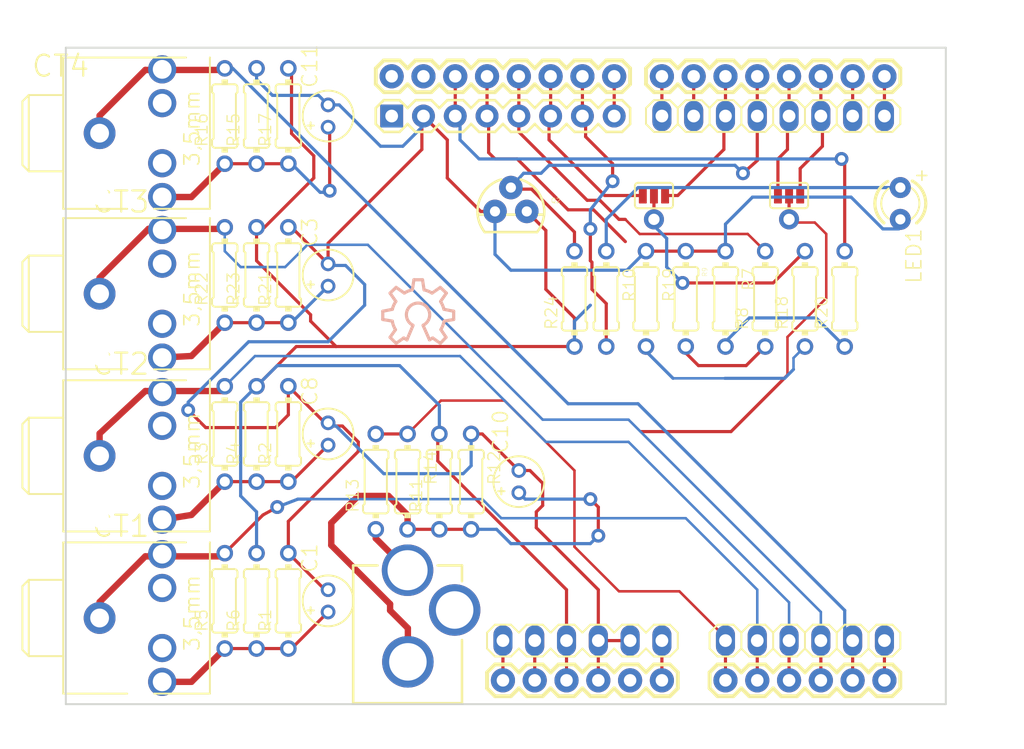
<source format=kicad_pcb>
(kicad_pcb (version 20171130) (host pcbnew 5.0.0-rc3-unknown-101b68b~65~ubuntu18.04.1)
  (layers (0 Top signal) (31 Bottom signal) (34 B.Paste user) (35 F.Paste user) (36 B.SilkS user) (37 F.SilkS user) (38 B.Mask user) (39 F.Mask user) (44 Edge.Cuts user))
  (net 0 "")
  (net 1 +5V)
  (net 2 GND)
  (net 3 3.3V)
  (net 4 /MOSI)
  (net 5 /SCK)
  (net 6 /MISO)
  (net 7 /RX)
  (net 8 /TX)
  (net 9 /DIG2)
  (net 10 /DIG3)
  (net 11 /DIG4)
  (net 12 /DIG5)
  (net 13 /DIG6)
  (net 14 /DIG7)
  (net 15 /RST)
  (net 16 /VIN)
  (net 17 /ADC5)
  (net 18 /ADC4)
  (net 19 /ADC3)
  (net 20 /ADC2)
  (net 21 /ADC1)
  (net 22 /ADC0)
  (net 23 "Net-(CT4-Pad2)")
  (net 24 "Net-(C11-Pad+)")
  (net 25 "Net-(CT4-Pad4)")
  (net 26 "Net-(CT4-Pad3)")
  (net 27 "Net-(CT3-Pad2)")
  (net 28 "Net-(C3-Pad+)")
  (net 29 "Net-(CT3-Pad4)")
  (net 30 "Net-(CT3-Pad3)")
  (net 31 "Net-(CT2-Pad2)")
  (net 32 "Net-(C8-Pad+)")
  (net 33 "Net-(CT2-Pad4)")
  (net 34 "Net-(CT2-Pad3)")
  (net 35 "Net-(C1-Pad+)")
  (net 36 /DIG9)
  (net 37 "Net-(R20-Pad1)")
  (net 38 "Net-(R8-Pad1)")
  (net 39 "Net-(PAD1-Pad1)")
  (net 40 "Net-(R18-Pad1)")
  (net 41 "Net-(PAD2-Pad1)")
  (net 42 "Net-(CT1-Pad2)")
  (net 43 "Net-(CT1-Pad4)")
  (net 44 "Net-(CT1-Pad3)")
  (net 45 "Net-(ARDUINO1-PadAREF)")
  (net 46 /DIG10)
  (net 47 /DIG8)
  (net 48 /AREF)
  (net 49 "Net-(AC9V1-PadGND)")
  (net 50 "Net-(AC9V1-PadPWR)")
  (net 51 "Net-(AC9V1-PadGNDBREAK)")
  (net 52 "Net-(LED1-PadA)")
  (module emontx-shield-v1:RESISTOR_0204_7 (layer Top) (at 162.8775 98.8441 270)
    (fp_text reference R9 (at -2.54 -1.2954 90) (layer F.SilkS) (effects (font (size 0.38608 0.38608) (thickness 0.030886)) (justify right top)))
    (fp_text value 10k)
    (pad 2 thru_hole circle (at 3.81 0 270) (size 1.3208 1.3208) (drill 0.8128) (layers *.Cu *.Mask) (net 38 "Net-(R8-Pad1)"))
    (pad 1 thru_hole circle (at -3.81 0 270) (size 1.3208 1.3208) (drill 0.8128) (layers *.Cu *.Mask) (net 2 GND))
  )
  (module emontx-shield-v1:1X08 (layer Top) (at 169.8625 84.2391)
    (fp_text reference JP2 hide)
    (fp_text value PINHD-1X8)
    (pad 8 thru_hole oval (at 8.89 0 90) (size 2.4384 1.524) (drill 1.016) (layers *.Cu *.Mask) (net 7 /RX))
    (pad 7 thru_hole oval (at 6.35 0 90) (size 2.4384 1.524) (drill 1.016) (layers *.Cu *.Mask) (net 8 /TX))
    (pad 6 thru_hole oval (at 3.81 0 90) (size 2.4384 1.524) (drill 1.016) (layers *.Cu *.Mask) (net 9 /DIG2))
    (pad 5 thru_hole oval (at 1.27 0 90) (size 2.4384 1.524) (drill 1.016) (layers *.Cu *.Mask) (net 10 /DIG3))
    (pad 4 thru_hole oval (at -1.27 0 90) (size 2.4384 1.524) (drill 1.016) (layers *.Cu *.Mask) (net 11 /DIG4))
    (pad 3 thru_hole oval (at -3.81 0 90) (size 2.4384 1.524) (drill 1.016) (layers *.Cu *.Mask) (net 12 /DIG5))
    (pad 2 thru_hole oval (at -6.35 0 90) (size 2.4384 1.524) (drill 1.016) (layers *.Cu *.Mask) (net 13 /DIG6))
    (pad 1 thru_hole oval (at -8.89 0 90) (size 2.4384 1.524) (drill 1.016) (layers *.Cu *.Mask) (net 14 /DIG7))
  )
  (module emontx-shield-v1:JEELABS_MA06-1 (layer Top) (at 160.9725 126.1491 180)
    (fp_text reference JP1 hide)
    (fp_text value JEELABS_MA06-1)
    (pad 6 thru_hole oval (at 12.7 0 270) (size 2.4384 1.524) (drill 1.016) (layers *.Cu *.Mask) (net 15 /RST))
    (pad 5 thru_hole oval (at 10.16 0 270) (size 2.4384 1.524) (drill 1.016) (layers *.Cu *.Mask) (net 3 3.3V))
    (pad 4 thru_hole oval (at 7.62 0 270) (size 2.4384 1.524) (drill 1.016) (layers *.Cu *.Mask) (net 1 +5V))
    (pad 3 thru_hole oval (at 5.08 0 270) (size 2.4384 1.524) (drill 1.016) (layers *.Cu *.Mask) (net 2 GND))
    (pad 2 thru_hole oval (at 2.54 0 270) (size 2.4384 1.524) (drill 1.016) (layers *.Cu *.Mask) (net 2 GND))
    (pad 1 thru_hole oval (at 0 0 270) (size 2.4384 1.524) (drill 1.016) (layers *.Cu *.Mask) (net 16 /VIN))
  )
  (module emontx-shield-v1:1X06 (layer Top) (at 172.4025 126.1491)
    (fp_text reference JP3 hide)
    (fp_text value PINHD-1X6)
    (pad 6 thru_hole oval (at 6.35 0 90) (size 2.4384 1.524) (drill 1.016) (layers *.Cu *.Mask) (net 17 /ADC5))
    (pad 5 thru_hole oval (at 3.81 0 90) (size 2.4384 1.524) (drill 1.016) (layers *.Cu *.Mask) (net 18 /ADC4))
    (pad 4 thru_hole oval (at 1.27 0 90) (size 2.4384 1.524) (drill 1.016) (layers *.Cu *.Mask) (net 19 /ADC3))
    (pad 3 thru_hole oval (at -1.27 0 90) (size 2.4384 1.524) (drill 1.016) (layers *.Cu *.Mask) (net 20 /ADC2))
    (pad 2 thru_hole oval (at -3.81 0 90) (size 2.4384 1.524) (drill 1.016) (layers *.Cu *.Mask) (net 21 /ADC1))
    (pad 1 thru_hole oval (at -6.35 0 90) (size 2.4384 1.524) (drill 1.016) (layers *.Cu *.Mask) (net 22 /ADC0))
  )
  (module emontx-shield-v1:STX3100 (layer Top) (at 113.3475 85.5091)
    (fp_text reference CT4 (at 1.985 -6.25) (layer F.SilkS) (effects (font (size 1.6891 1.6891) (thickness 0.16891)) (justify right top)))
    (fp_text value STEREOJACK hide)
    (fp_text user 3,5mm (at 10.79 2.831 90) (layer F.SilkS) (effects (font (size 1.2065 1.2065) (thickness 0.127)) (justify left bottom)))
    (pad "" np_thru_hole circle (at 7.7 0.1) (size 1.5 1.5) (drill 1.5) (layers *.Cu))
    (pad "" np_thru_hole circle (at 2.7 5.1) (size 1.5 1.5) (drill 1.5) (layers *.Cu))
    (pad "" np_thru_hole circle (at 2.7 -4.9) (size 1.5 1.5) (drill 1.5) (layers *.Cu))
    (pad 2 thru_hole circle (at 7.7 -5) (size 2.25 2.25) (drill 1.5) (layers *.Cu *.Mask) (net 23 "Net-(CT4-Pad2)"))
    (pad 5 thru_hole circle (at 7.7 5.2) (size 2.25 2.25) (drill 1.5) (layers *.Cu *.Mask) (net 24 "Net-(C11-Pad+)"))
    (pad 4 thru_hole circle (at 7.7 2.5) (size 2.25 2.25) (drill 1.5) (layers *.Cu *.Mask) (net 25 "Net-(CT4-Pad4)"))
    (pad 3 thru_hole circle (at 7.7 -2.3) (size 2.25 2.25) (drill 1.5) (layers *.Cu *.Mask) (net 26 "Net-(CT4-Pad3)"))
    (pad 1 thru_hole circle (at 2.7 0.1) (size 2.54 2.54) (drill 1.5) (layers *.Cu *.Mask) (net 18 /ADC4))
  )
  (module emontx-shield-v1:STX3100 (layer Top) (at 113.3475 98.3361)
    (fp_text reference CT3 (at 1.985 -6.25) (layer F.SilkS) (effects (font (size 1.6891 1.6891) (thickness 0.16891)) (justify left bottom)))
    (fp_text value STEREOJACK hide)
    (fp_text user 3,5mm (at 10.79 2.831 90) (layer F.SilkS) (effects (font (size 1.2065 1.2065) (thickness 0.127)) (justify left bottom)))
    (pad "" np_thru_hole circle (at 7.7 0.1) (size 1.5 1.5) (drill 1.5) (layers *.Cu))
    (pad "" np_thru_hole circle (at 2.7 5.1) (size 1.5 1.5) (drill 1.5) (layers *.Cu))
    (pad "" np_thru_hole circle (at 2.7 -4.9) (size 1.5 1.5) (drill 1.5) (layers *.Cu))
    (pad 2 thru_hole circle (at 7.7 -5) (size 2.25 2.25) (drill 1.5) (layers *.Cu *.Mask) (net 27 "Net-(CT3-Pad2)"))
    (pad 5 thru_hole circle (at 7.7 5.2) (size 2.25 2.25) (drill 1.5) (layers *.Cu *.Mask) (net 28 "Net-(C3-Pad+)"))
    (pad 4 thru_hole circle (at 7.7 2.5) (size 2.25 2.25) (drill 1.5) (layers *.Cu *.Mask) (net 29 "Net-(CT3-Pad4)"))
    (pad 3 thru_hole circle (at 7.7 -2.3) (size 2.25 2.25) (drill 1.5) (layers *.Cu *.Mask) (net 30 "Net-(CT3-Pad3)"))
    (pad 1 thru_hole circle (at 2.7 0.1) (size 2.54 2.54) (drill 1.5) (layers *.Cu *.Mask) (net 19 /ADC3))
  )
  (module emontx-shield-v1:STX3100 (layer Top) (at 113.3475 111.2901)
    (fp_text reference CT2 (at 1.985 -6.25) (layer F.SilkS) (effects (font (size 1.6891 1.6891) (thickness 0.16891)) (justify left bottom)))
    (fp_text value STEREOJACK hide)
    (fp_text user 3,5mm (at 10.79 2.831 90) (layer F.SilkS) (effects (font (size 1.2065 1.2065) (thickness 0.127)) (justify left bottom)))
    (pad "" np_thru_hole circle (at 7.7 0.1) (size 1.5 1.5) (drill 1.5) (layers *.Cu))
    (pad "" np_thru_hole circle (at 2.7 5.1) (size 1.5 1.5) (drill 1.5) (layers *.Cu))
    (pad "" np_thru_hole circle (at 2.7 -4.9) (size 1.5 1.5) (drill 1.5) (layers *.Cu))
    (pad 2 thru_hole circle (at 7.7 -5) (size 2.25 2.25) (drill 1.5) (layers *.Cu *.Mask) (net 31 "Net-(CT2-Pad2)"))
    (pad 5 thru_hole circle (at 7.7 5.2) (size 2.25 2.25) (drill 1.5) (layers *.Cu *.Mask) (net 32 "Net-(C8-Pad+)"))
    (pad 4 thru_hole circle (at 7.7 2.5) (size 2.25 2.25) (drill 1.5) (layers *.Cu *.Mask) (net 33 "Net-(CT2-Pad4)"))
    (pad 3 thru_hole circle (at 7.7 -2.3) (size 2.25 2.25) (drill 1.5) (layers *.Cu *.Mask) (net 34 "Net-(CT2-Pad3)"))
    (pad 1 thru_hole circle (at 2.7 0.1) (size 2.54 2.54) (drill 1.5) (layers *.Cu *.Mask) (net 20 /ADC2))
  )
  (module emontx-shield-v1:0204_7 (layer Top) (at 131.1275 109.6391 90)
    (fp_text reference R2 (at -2.54 -1.2954 90) (layer F.SilkS) (effects (font (size 0.94107 0.94107) (thickness 0.09906)) (justify left bottom)))
    (fp_text value 470K)
    (pad 2 thru_hole circle (at 3.81 0 90) (size 1.3208 1.3208) (drill 0.8128) (layers *.Cu *.Mask) (net 2 GND))
    (pad 1 thru_hole circle (at -3.81 0 90) (size 1.3208 1.3208) (drill 0.8128) (layers *.Cu *.Mask) (net 32 "Net-(C8-Pad+)"))
  )
  (module emontx-shield-v1:0204_7 (layer Top) (at 126.0475 109.6391 90)
    (fp_text reference R3 (at -2.54 -1.2954 90) (layer F.SilkS) (effects (font (size 0.94107 0.94107) (thickness 0.09906)) (justify left bottom)))
    (fp_text value 33R)
    (pad 2 thru_hole circle (at 3.81 0 90) (size 1.3208 1.3208) (drill 0.8128) (layers *.Cu *.Mask) (net 20 /ADC2))
    (pad 1 thru_hole circle (at -3.81 0 90) (size 1.3208 1.3208) (drill 0.8128) (layers *.Cu *.Mask) (net 32 "Net-(C8-Pad+)"))
  )
  (module emontx-shield-v1:0204_7 (layer Top) (at 128.5875 109.6391 90)
    (fp_text reference R4 (at -2.54 -1.2954 90) (layer F.SilkS) (effects (font (size 0.94107 0.94107) (thickness 0.09906)) (justify left bottom)))
    (fp_text value 470K)
    (pad 2 thru_hole circle (at 3.81 0 90) (size 1.3208 1.3208) (drill 0.8128) (layers *.Cu *.Mask) (net 1 +5V))
    (pad 1 thru_hole circle (at -3.81 0 90) (size 1.3208 1.3208) (drill 0.8128) (layers *.Cu *.Mask) (net 32 "Net-(C8-Pad+)"))
  )
  (module emontx-shield-v1:E1,8-4 (layer Top) (at 134.3025 109.6391 90)
    (fp_text reference C8 (at 2.159 -0.762 90) (layer F.SilkS) (effects (font (size 1.2065 1.2065) (thickness 0.12065)) (justify left bottom)))
    (fp_text value 10µ)
    (pad + thru_hole circle (at -0.889 0 90) (size 1.1684 1.1684) (drill 0.7112) (layers *.Cu *.Mask) (net 32 "Net-(C8-Pad+)"))
    (pad - thru_hole circle (at 0.889 0 90) (size 1.1684 1.1684) (drill 0.7112) (layers *.Cu *.Mask) (net 2 GND))
  )
  (module emontx-shield-v1:0204_7 (layer Top) (at 143.1925 113.4491 90)
    (fp_text reference R11 (at -2.54 -1.2954 90) (layer F.SilkS) (effects (font (size 0.94107 0.94107) (thickness 0.09906)) (justify left bottom)))
    (fp_text value 470K)
    (pad 2 thru_hole circle (at 3.81 0 90) (size 1.3208 1.3208) (drill 0.8128) (layers *.Cu *.Mask) (net 1 +5V))
    (pad 1 thru_hole circle (at -3.81 0 90) (size 1.3208 1.3208) (drill 0.8128) (layers *.Cu *.Mask) (net 49 "Net-(AC9V1-PadGND)"))
  )
  (module emontx-shield-v1:0204_7 (layer Top) (at 145.7325 113.4491 270)
    (fp_text reference R12 (at -2.54 -1.2954 270) (layer F.SilkS) (effects (font (size 0.94107 0.94107) (thickness 0.09906)) (justify right top)))
    (fp_text value 470K)
    (pad 2 thru_hole circle (at 3.81 0 270) (size 1.3208 1.3208) (drill 0.8128) (layers *.Cu *.Mask) (net 49 "Net-(AC9V1-PadGND)"))
    (pad 1 thru_hole circle (at -3.81 0 270) (size 1.3208 1.3208) (drill 0.8128) (layers *.Cu *.Mask) (net 2 GND))
  )
  (module emontx-shield-v1:0204_7 (layer Top) (at 138.1125 113.4491 90)
    (fp_text reference R13 (at -2.54 -1.2954 90) (layer F.SilkS) (effects (font (size 0.94107 0.94107) (thickness 0.09906)) (justify left bottom)))
    (fp_text value 100K)
    (pad 2 thru_hole circle (at 3.81 0 90) (size 1.3208 1.3208) (drill 0.8128) (layers *.Cu *.Mask) (net 22 /ADC0))
    (pad 1 thru_hole circle (at -3.81 0 90) (size 1.3208 1.3208) (drill 0.8128) (layers *.Cu *.Mask) (net 50 "Net-(AC9V1-PadPWR)"))
  )
  (module emontx-shield-v1:0204_7 (layer Top) (at 140.6525 113.4491 270)
    (fp_text reference R14 (at -2.54 -1.2954 270) (layer F.SilkS) (effects (font (size 0.94107 0.94107) (thickness 0.09906)) (justify right top)))
    (fp_text value 10K)
    (pad 2 thru_hole circle (at 3.81 0 270) (size 1.3208 1.3208) (drill 0.8128) (layers *.Cu *.Mask) (net 49 "Net-(AC9V1-PadGND)"))
    (pad 1 thru_hole circle (at -3.81 0 270) (size 1.3208 1.3208) (drill 0.8128) (layers *.Cu *.Mask) (net 22 /ADC0))
  )
  (module emontx-shield-v1:E1,8-4 (layer Top) (at 149.5425 113.4491 90)
    (fp_text reference C10 (at 2.159 -0.762 90) (layer F.SilkS) (effects (font (size 1.2065 1.2065) (thickness 0.12065)) (justify left bottom)))
    (fp_text value 10µ)
    (pad + thru_hole circle (at -0.889 0 90) (size 1.1684 1.1684) (drill 0.7112) (layers *.Cu *.Mask) (net 49 "Net-(AC9V1-PadGND)"))
    (pad - thru_hole circle (at 0.889 0 90) (size 1.1684 1.1684) (drill 0.7112) (layers *.Cu *.Mask) (net 2 GND))
  )
  (module emontx-shield-v1:0204_7 (layer Top) (at 128.5875 84.2391 90)
    (fp_text reference R15 (at -2.54 -1.2954 90) (layer F.SilkS) (effects (font (size 0.94107 0.94107) (thickness 0.09906)) (justify left bottom)))
    (fp_text value 470K)
    (pad 2 thru_hole circle (at 3.81 0 90) (size 1.3208 1.3208) (drill 0.8128) (layers *.Cu *.Mask) (net 2 GND))
    (pad 1 thru_hole circle (at -3.81 0 90) (size 1.3208 1.3208) (drill 0.8128) (layers *.Cu *.Mask) (net 24 "Net-(C11-Pad+)"))
  )
  (module emontx-shield-v1:0204_7 (layer Top) (at 126.0475 84.2391 90)
    (fp_text reference R16 (at -2.54 -1.2954 90) (layer F.SilkS) (effects (font (size 0.94107 0.94107) (thickness 0.09906)) (justify left bottom)))
    (fp_text value 33R)
    (pad 2 thru_hole circle (at 3.81 0 90) (size 1.3208 1.3208) (drill 0.8128) (layers *.Cu *.Mask) (net 18 /ADC4))
    (pad 1 thru_hole circle (at -3.81 0 90) (size 1.3208 1.3208) (drill 0.8128) (layers *.Cu *.Mask) (net 24 "Net-(C11-Pad+)"))
  )
  (module emontx-shield-v1:0204_7 (layer Top) (at 131.1275 84.2391 90)
    (fp_text reference R17 (at -2.54 -1.2954 90) (layer F.SilkS) (effects (font (size 0.94107 0.94107) (thickness 0.09906)) (justify left bottom)))
    (fp_text value 470K)
    (pad 2 thru_hole circle (at 3.81 0 90) (size 1.3208 1.3208) (drill 0.8128) (layers *.Cu *.Mask) (net 1 +5V))
    (pad 1 thru_hole circle (at -3.81 0 90) (size 1.3208 1.3208) (drill 0.8128) (layers *.Cu *.Mask) (net 24 "Net-(C11-Pad+)"))
  )
  (module emontx-shield-v1:E1,8-4 (layer Top) (at 134.3025 84.2391 90)
    (fp_text reference C11 (at 2.159 -0.762 90) (layer F.SilkS) (effects (font (size 1.2065 1.2065) (thickness 0.12065)) (justify left bottom)))
    (fp_text value 10µ)
    (pad + thru_hole circle (at -0.889 0 90) (size 1.1684 1.1684) (drill 0.7112) (layers *.Cu *.Mask) (net 24 "Net-(C11-Pad+)"))
    (pad - thru_hole circle (at 0.889 0 90) (size 1.1684 1.1684) (drill 0.7112) (layers *.Cu *.Mask) (net 2 GND))
  )
  (module emontx-shield-v1:0204_7 (layer Top) (at 131.1275 122.9741 90)
    (fp_text reference R1 (at -2.54 -1.2954 90) (layer F.SilkS) (effects (font (size 0.94107 0.94107) (thickness 0.09906)) (justify left bottom)))
    (fp_text value 470K)
    (pad 2 thru_hole circle (at 3.81 0 90) (size 1.3208 1.3208) (drill 0.8128) (layers *.Cu *.Mask) (net 2 GND))
    (pad 1 thru_hole circle (at -3.81 0 90) (size 1.3208 1.3208) (drill 0.8128) (layers *.Cu *.Mask) (net 35 "Net-(C1-Pad+)"))
  )
  (module emontx-shield-v1:0204_7 (layer Top) (at 126.0475 122.9741 90)
    (fp_text reference R5 (at -2.54 -1.2954 90) (layer F.SilkS) (effects (font (size 0.94107 0.94107) (thickness 0.09906)) (justify left bottom)))
    (fp_text value 33R)
    (pad 2 thru_hole circle (at 3.81 0 90) (size 1.3208 1.3208) (drill 0.8128) (layers *.Cu *.Mask) (net 21 /ADC1))
    (pad 1 thru_hole circle (at -3.81 0 90) (size 1.3208 1.3208) (drill 0.8128) (layers *.Cu *.Mask) (net 35 "Net-(C1-Pad+)"))
  )
  (module emontx-shield-v1:0204_7 (layer Top) (at 128.5875 122.9741 90)
    (fp_text reference R6 (at -2.54 -1.2954 90) (layer F.SilkS) (effects (font (size 0.94107 0.94107) (thickness 0.09906)) (justify left bottom)))
    (fp_text value 470K)
    (pad 2 thru_hole circle (at 3.81 0 90) (size 1.3208 1.3208) (drill 0.8128) (layers *.Cu *.Mask) (net 1 +5V))
    (pad 1 thru_hole circle (at -3.81 0 90) (size 1.3208 1.3208) (drill 0.8128) (layers *.Cu *.Mask) (net 35 "Net-(C1-Pad+)"))
  )
  (module emontx-shield-v1:E1,8-4 (layer Top) (at 134.3025 122.9741 90)
    (fp_text reference C1 (at 2.159 -0.762 90) (layer F.SilkS) (effects (font (size 1.2065 1.2065) (thickness 0.12065)) (justify left bottom)))
    (fp_text value 10µ)
    (pad + thru_hole circle (at -0.889 0 90) (size 1.1684 1.1684) (drill 0.7112) (layers *.Cu *.Mask) (net 35 "Net-(C1-Pad+)"))
    (pad - thru_hole circle (at 0.889 0 90) (size 1.1684 1.1684) (drill 0.7112) (layers *.Cu *.Mask) (net 2 GND))
  )
  (module emontx-shield-v1:POWER_JACK_PTH_LOCK (layer Top) (at 140.6525 134.4041)
    (fp_text reference AC9V1 hide)
    (fp_text value POWER_JACKPTH_LOCK hide)
    (pad GNDBREAK thru_hole circle (at 3.7616 -10.7 90) (size 4.1148 4.1148) (drill 2.9972) (layers *.Cu *.Mask) (net 51 "Net-(AC9V1-PadGNDBREAK)"))
    (pad GND thru_hole circle (at 0.0254 -6.557) (size 4.1148 4.1148) (drill 2.9972) (layers *.Cu *.Mask) (net 49 "Net-(AC9V1-PadGND)"))
    (pad PWR thru_hole circle (at 0 -13.8778) (size 4.1148 4.1148) (drill 3.2) (layers *.Cu *.Mask) (net 50 "Net-(AC9V1-PadPWR)"))
  )
  (module emontx-shield-v1:LED3MM (layer Top) (at 180.0225 91.2241 270)
    (fp_text reference LED1 (at 1.905 -0.381 90) (layer F.SilkS) (effects (font (size 1.2065 1.2065) (thickness 0.12065)) (justify right top)))
    (fp_text value LED3MM)
    (pad K thru_hole circle (at 1.27 0 270) (size 1.6764 1.6764) (drill 0.8128) (layers *.Cu *.Mask) (net 2 GND))
    (pad A thru_hole circle (at -1.27 0 270) (size 1.6764 1.6764) (drill 0.8128) (layers *.Cu *.Mask) (net 52 "Net-(LED1-PadA)"))
  )
  (module emontx-shield-v1:0204_7 (layer Top) (at 156.5275 98.8441 270)
    (fp_text reference R10 (at -2.54 -1.2954 270) (layer F.SilkS) (effects (font (size 0.94107 0.94107) (thickness 0.09906)) (justify right top)))
    (fp_text value 470R)
    (pad 2 thru_hole circle (at 3.81 0 270) (size 1.3208 1.3208) (drill 0.8128) (layers *.Cu *.Mask) (net 36 /DIG9))
    (pad 1 thru_hole circle (at -3.81 0 270) (size 1.3208 1.3208) (drill 0.8128) (layers *.Cu *.Mask) (net 52 "Net-(LED1-PadA)"))
  )
  (module emontx-shield-v1:RESISTOR_0204_7 (layer Top) (at 166.0525 98.8441 270)
    (fp_text reference R7 (at -2.54 -1.2954 90) (layer F.SilkS) (effects (font (size 0.94107 0.94107) (thickness 0.094107)) (justify right top)))
    (fp_text value 10k)
    (pad 2 thru_hole circle (at 3.81 0 270) (size 1.3208 1.3208) (drill 0.8128) (layers *.Cu *.Mask) (net 37 "Net-(R20-Pad1)"))
    (pad 1 thru_hole circle (at -3.81 0 270) (size 1.3208 1.3208) (drill 0.8128) (layers *.Cu *.Mask) (net 2 GND))
  )
  (module emontx-shield-v1:RESISTOR_0204_7 (layer Top) (at 169.2275 98.8441 90)
    (fp_text reference R8 (at -2.54 -1.2954 90) (layer F.SilkS) (effects (font (size 0.94107 0.94107) (thickness 0.094107)) (justify left bottom)))
    (fp_text value 4k7)
    (pad 2 thru_hole circle (at 3.81 0 90) (size 1.3208 1.3208) (drill 0.8128) (layers *.Cu *.Mask) (net 4 /MOSI))
    (pad 1 thru_hole circle (at -3.81 0 90) (size 1.3208 1.3208) (drill 0.8128) (layers *.Cu *.Mask) (net 38 "Net-(R8-Pad1)"))
  )
  (module emontx-shield-v1:RESISTOR_0204_7 (layer Top) (at 172.4025 98.8441 90)
    (fp_text reference R18 (at -2.54 -1.2954 90) (layer F.SilkS) (effects (font (size 0.94107 0.94107) (thickness 0.094107)) (justify left bottom)))
    (fp_text value 4k7)
    (pad 2 thru_hole circle (at 3.81 0 90) (size 1.3208 1.3208) (drill 0.8128) (layers *.Cu *.Mask) (net 39 "Net-(PAD1-Pad1)"))
    (pad 1 thru_hole circle (at -3.81 0 90) (size 1.3208 1.3208) (drill 0.8128) (layers *.Cu *.Mask) (net 40 "Net-(R18-Pad1)"))
  )
  (module emontx-shield-v1:RESISTOR_0204_7 (layer Top) (at 159.7025 98.8441 270)
    (fp_text reference R19 (at -2.54 -1.2954 90) (layer F.SilkS) (effects (font (size 0.94107 0.94107) (thickness 0.094107)) (justify right top)))
    (fp_text value 10k)
    (pad 2 thru_hole circle (at 3.81 0 270) (size 1.3208 1.3208) (drill 0.8128) (layers *.Cu *.Mask) (net 40 "Net-(R18-Pad1)"))
    (pad 1 thru_hole circle (at -3.81 0 270) (size 1.3208 1.3208) (drill 0.8128) (layers *.Cu *.Mask) (net 2 GND))
  )
  (module emontx-shield-v1:RESISTOR_0204_7 (layer Top) (at 175.5775 98.8441 90)
    (fp_text reference R20 (at -2.54 -1.2954 90) (layer F.SilkS) (effects (font (size 0.94107 0.94107) (thickness 0.094107)) (justify left bottom)))
    (fp_text value 4k7)
    (pad 2 thru_hole circle (at 3.81 0 90) (size 1.3208 1.3208) (drill 0.8128) (layers *.Cu *.Mask) (net 5 /SCK))
    (pad 1 thru_hole circle (at -3.81 0 90) (size 1.3208 1.3208) (drill 0.8128) (layers *.Cu *.Mask) (net 37 "Net-(R20-Pad1)"))
  )
  (module emontx-shield-v1:STX3100 (layer Top) (at 113.3475 124.2441)
    (fp_text reference CT1 (at 1.985 -6.25) (layer F.SilkS) (effects (font (size 1.6891 1.6891) (thickness 0.16891)) (justify left bottom)))
    (fp_text value STEREOJACK hide)
    (fp_text user 3,5mm (at 10.79 2.831 90) (layer F.SilkS) (effects (font (size 1.2065 1.2065) (thickness 0.127)) (justify left bottom)))
    (pad "" np_thru_hole circle (at 7.7 0.1) (size 1.5 1.5) (drill 1.5) (layers *.Cu))
    (pad "" np_thru_hole circle (at 2.7 5.1) (size 1.5 1.5) (drill 1.5) (layers *.Cu))
    (pad "" np_thru_hole circle (at 2.7 -4.9) (size 1.5 1.5) (drill 1.5) (layers *.Cu))
    (pad 2 thru_hole circle (at 7.7 -5) (size 2.25 2.25) (drill 1.5) (layers *.Cu *.Mask) (net 42 "Net-(CT1-Pad2)"))
    (pad 5 thru_hole circle (at 7.7 5.2) (size 2.25 2.25) (drill 1.5) (layers *.Cu *.Mask) (net 35 "Net-(C1-Pad+)"))
    (pad 4 thru_hole circle (at 7.7 2.5) (size 2.25 2.25) (drill 1.5) (layers *.Cu *.Mask) (net 43 "Net-(CT1-Pad4)"))
    (pad 3 thru_hole circle (at 7.7 -2.3) (size 2.25 2.25) (drill 1.5) (layers *.Cu *.Mask) (net 44 "Net-(CT1-Pad3)"))
    (pad 1 thru_hole circle (at 2.7 0.1) (size 2.54 2.54) (drill 1.5) (layers *.Cu *.Mask) (net 21 /ADC1))
  )
  (module emontx-shield-v1:ARDUINO2 (layer Top) (at 178.7525 129.3241 90)
    (fp_text reference ARDUINO1 hide)
    (fp_text value ARDUINO2 hide)
    (pad AREF thru_hole circle (at 48.26 -39.37 90) (size 1.9304 1.9304) (drill 1) (layers *.Cu *.Mask) (net 45 "Net-(ARDUINO1-PadAREF)"))
    (pad GND2 thru_hole circle (at 48.26 -36.83 90) (size 1.9304 1.9304) (drill 1) (layers *.Cu *.Mask))
    (pad 13 thru_hole circle (at 48.26 -34.29 90) (size 1.9304 1.9304) (drill 1) (layers *.Cu *.Mask) (net 5 /SCK))
    (pad 12 thru_hole circle (at 48.26 -31.75 90) (size 1.9304 1.9304) (drill 1) (layers *.Cu *.Mask) (net 6 /MISO))
    (pad PWM_11 thru_hole circle (at 48.26 -29.21 90) (size 1.9304 1.9304) (drill 1) (layers *.Cu *.Mask) (net 4 /MOSI))
    (pad PWM_10 thru_hole circle (at 48.26 -26.67 90) (size 1.9304 1.9304) (drill 1) (layers *.Cu *.Mask) (net 46 /DIG10))
    (pad PWM_09 thru_hole circle (at 48.26 -24.13 90) (size 1.9304 1.9304) (drill 1) (layers *.Cu *.Mask) (net 36 /DIG9))
    (pad 08 thru_hole circle (at 48.26 -21.59 90) (size 1.9304 1.9304) (drill 1) (layers *.Cu *.Mask) (net 47 /DIG8))
    (pad 07 thru_hole circle (at 48.26 -17.78 90) (size 1.9304 1.9304) (drill 1) (layers *.Cu *.Mask) (net 14 /DIG7))
    (pad PWM_06 thru_hole circle (at 48.26 -15.24 90) (size 1.9304 1.9304) (drill 1) (layers *.Cu *.Mask) (net 13 /DIG6))
    (pad PWM_05 thru_hole circle (at 48.26 -12.7 90) (size 1.9304 1.9304) (drill 1) (layers *.Cu *.Mask) (net 12 /DIG5))
    (pad 04 thru_hole circle (at 48.26 -10.16 90) (size 1.9304 1.9304) (drill 1) (layers *.Cu *.Mask) (net 11 /DIG4))
    (pad PWM_03 thru_hole circle (at 48.26 -7.62 90) (size 1.9304 1.9304) (drill 1) (layers *.Cu *.Mask) (net 10 /DIG3))
    (pad 02 thru_hole circle (at 48.26 -5.08 90) (size 1.9304 1.9304) (drill 1) (layers *.Cu *.Mask) (net 9 /DIG2))
    (pad TX_01 thru_hole circle (at 48.26 -2.54 90) (size 1.9304 1.9304) (drill 1) (layers *.Cu *.Mask) (net 8 /TX))
    (pad RX_00 thru_hole circle (at 48.26 0 90) (size 1.9304 1.9304) (drill 1) (layers *.Cu *.Mask) (net 7 /RX))
    (pad RESET thru_hole circle (at 0 -30.48 90) (size 1.9304 1.9304) (drill 1) (layers *.Cu *.Mask) (net 15 /RST))
    (pad 3V3 thru_hole circle (at 0 -27.94 90) (size 1.9304 1.9304) (drill 1) (layers *.Cu *.Mask) (net 3 3.3V))
    (pad 5V thru_hole circle (at 0 -25.4 90) (size 1.9304 1.9304) (drill 1) (layers *.Cu *.Mask) (net 1 +5V))
    (pad GND thru_hole circle (at 0 -22.86 90) (size 1.9304 1.9304) (drill 1) (layers *.Cu *.Mask) (net 2 GND))
    (pad GND1 thru_hole circle (at 0 -20.32 90) (size 1.9304 1.9304) (drill 1) (layers *.Cu *.Mask))
    (pad VIN thru_hole circle (at 0 -17.78 90) (size 1.9304 1.9304) (drill 1) (layers *.Cu *.Mask) (net 16 /VIN))
    (pad 0 thru_hole circle (at 0 -12.7 90) (size 1.9304 1.9304) (drill 1) (layers *.Cu *.Mask) (net 22 /ADC0))
    (pad 1 thru_hole circle (at 0 -10.16 90) (size 1.9304 1.9304) (drill 1) (layers *.Cu *.Mask) (net 21 /ADC1))
    (pad 2 thru_hole circle (at 0 -7.62 90) (size 1.9304 1.9304) (drill 1) (layers *.Cu *.Mask) (net 20 /ADC2))
    (pad 3 thru_hole circle (at 0 -5.08 90) (size 1.9304 1.9304) (drill 1) (layers *.Cu *.Mask) (net 19 /ADC3))
    (pad 4 thru_hole circle (at 0 -2.54 90) (size 1.9304 1.9304) (drill 1) (layers *.Cu *.Mask) (net 18 /ADC4))
    (pad 5 thru_hole circle (at 0 0 90) (size 1.9304 1.9304) (drill 1) (layers *.Cu *.Mask) (net 17 /ADC5))
  )
  (module emontx-shield-v1:SPARKFUN_1X08 (layer Top) (at 139.3825 84.2391)
    (fp_text reference JP6 hide)
    (fp_text value SPARKFUN_M08)
    (pad 8 thru_hole circle (at 17.78 0 90) (size 1.8288 1.8288) (drill 1.016) (layers *.Cu *.Mask) (net 47 /DIG8))
    (pad 7 thru_hole circle (at 15.24 0 90) (size 1.8288 1.8288) (drill 1.016) (layers *.Cu *.Mask) (net 36 /DIG9))
    (pad 6 thru_hole circle (at 12.7 0 90) (size 1.8288 1.8288) (drill 1.016) (layers *.Cu *.Mask) (net 46 /DIG10))
    (pad 5 thru_hole circle (at 10.16 0 90) (size 1.8288 1.8288) (drill 1.016) (layers *.Cu *.Mask) (net 4 /MOSI))
    (pad 4 thru_hole circle (at 7.62 0 90) (size 1.8288 1.8288) (drill 1.016) (layers *.Cu *.Mask) (net 6 /MISO))
    (pad 3 thru_hole circle (at 5.08 0 90) (size 1.8288 1.8288) (drill 1.016) (layers *.Cu *.Mask) (net 5 /SCK))
    (pad 2 thru_hole circle (at 2.54 0 90) (size 1.8288 1.8288) (drill 1.016) (layers *.Cu *.Mask) (net 2 GND))
    (pad 1 thru_hole rect (at 0 0 90) (size 1.8288 1.8288) (drill 1.016) (layers *.Cu *.Mask) (net 48 /AREF))
  )
  (module emontx-shield-v1:SJ_3 (layer Top) (at 160.3375 90.5891)
    (fp_text reference SJ1 hide)
    (fp_text value SOLDERJUMPER_2WAYS)
    (pad 3 smd roundrect (at 0.889 0) (size 0.635 1.27) (layers Top F.Mask) (roundrect_rratio 0.08) (net 12 /DIG5))
    (pad 2 smd roundrect (at 0 0) (size 0.635 1.27) (layers Top F.Mask) (roundrect_rratio 0.08) (net 39 "Net-(PAD1-Pad1)"))
    (pad 1 smd roundrect (at -0.889 0) (size 0.635 1.27) (layers Top F.Mask) (roundrect_rratio 0.08) (net 46 /DIG10))
  )
  (module emontx-shield-v1:JEELABS_1,6_0,8 (layer Top) (at 160.3375 92.4941)
    (fp_text reference PAD1 hide)
    (fp_text value JEELABS_1,6_0,8)
    (pad 1 thru_hole circle (at 0 0) (size 1.6002 1.6002) (drill 0.9) (layers *.Cu *.Mask) (net 39 "Net-(PAD1-Pad1)"))
  )
  (module emontx-shield-v1:SJ_3 (layer Top) (at 171.1325 90.5891)
    (fp_text reference SJ2 hide)
    (fp_text value SOLDERJUMPER_2WAYS)
    (pad 3 smd roundrect (at 0.889 0) (size 0.635 1.27) (layers Top F.Mask) (roundrect_rratio 0.08) (net 9 /DIG2))
    (pad 2 smd roundrect (at 0 0) (size 0.635 1.27) (layers Top F.Mask) (roundrect_rratio 0.08) (net 41 "Net-(PAD2-Pad1)"))
    (pad 1 smd roundrect (at -0.889 0) (size 0.635 1.27) (layers Top F.Mask) (roundrect_rratio 0.08) (net 10 /DIG3))
  )
  (module emontx-shield-v1:JEELABS_1,6_0,8 (layer Top) (at 171.1325 92.4941)
    (fp_text reference PAD2 hide)
    (fp_text value JEELABS_1,6_0,8)
    (pad 1 thru_hole circle (at 0 0) (size 1.6002 1.6002) (drill 0.9) (layers *.Cu *.Mask) (net 41 "Net-(PAD2-Pad1)"))
  )
  (module emontx-shield-v1:0204_7 (layer Top) (at 131.1275 96.9391 90)
    (fp_text reference R21 (at -2.54 -1.2954 90) (layer F.SilkS) (effects (font (size 0.94107 0.94107) (thickness 0.09906)) (justify left bottom)))
    (fp_text value 470K)
    (pad 2 thru_hole circle (at 3.81 0 90) (size 1.3208 1.3208) (drill 0.8128) (layers *.Cu *.Mask) (net 2 GND))
    (pad 1 thru_hole circle (at -3.81 0 90) (size 1.3208 1.3208) (drill 0.8128) (layers *.Cu *.Mask) (net 28 "Net-(C3-Pad+)"))
  )
  (module emontx-shield-v1:0204_7 (layer Top) (at 126.0475 96.9391 90)
    (fp_text reference R22 (at -2.54 -1.2954 90) (layer F.SilkS) (effects (font (size 0.94107 0.94107) (thickness 0.09906)) (justify left bottom)))
    (fp_text value 33R)
    (pad 2 thru_hole circle (at 3.81 0 90) (size 1.3208 1.3208) (drill 0.8128) (layers *.Cu *.Mask) (net 19 /ADC3))
    (pad 1 thru_hole circle (at -3.81 0 90) (size 1.3208 1.3208) (drill 0.8128) (layers *.Cu *.Mask) (net 28 "Net-(C3-Pad+)"))
  )
  (module emontx-shield-v1:0204_7 (layer Top) (at 128.5875 96.9391 90)
    (fp_text reference R23 (at -2.54 -1.2954 90) (layer F.SilkS) (effects (font (size 0.94107 0.94107) (thickness 0.09906)) (justify left bottom)))
    (fp_text value 470K)
    (pad 2 thru_hole circle (at 3.81 0 90) (size 1.3208 1.3208) (drill 0.8128) (layers *.Cu *.Mask) (net 1 +5V))
    (pad 1 thru_hole circle (at -3.81 0 90) (size 1.3208 1.3208) (drill 0.8128) (layers *.Cu *.Mask) (net 28 "Net-(C3-Pad+)"))
  )
  (module emontx-shield-v1:E1,8-4 (layer Top) (at 134.3025 96.9391 90)
    (fp_text reference C3 (at 2.159 -0.762 90) (layer F.SilkS) (effects (font (size 1.2065 1.2065) (thickness 0.12065)) (justify left bottom)))
    (fp_text value 10µ)
    (pad + thru_hole circle (at -0.889 0 90) (size 1.1684 1.1684) (drill 0.7112) (layers *.Cu *.Mask) (net 28 "Net-(C3-Pad+)"))
    (pad - thru_hole circle (at 0.889 0 90) (size 1.1684 1.1684) (drill 0.7112) (layers *.Cu *.Mask) (net 2 GND))
  )
  (module emontx-shield-v1:0204_7 (layer Top) (at 153.9875 98.8441 90)
    (fp_text reference R24 (at -2.54 -1.2954 90) (layer F.SilkS) (effects (font (size 0.94107 0.94107) (thickness 0.09906)) (justify left bottom)))
    (fp_text value 4K7)
    (pad 2 thru_hole circle (at 3.81 0 90) (size 1.3208 1.3208) (drill 0.8128) (layers *.Cu *.Mask) (net 11 /DIG4))
    (pad 1 thru_hole circle (at -3.81 0 90) (size 1.3208 1.3208) (drill 0.8128) (layers *.Cu *.Mask) (net 1 +5V))
  )
  (module emontx-shield-v1:TO-92 (layer Top) (at 148.9075 91.8591)
    (fp_text reference Q2 (at 3.175 -0.635) (layer F.SilkS) (effects (font (size 0.38608 0.38608) (thickness 0.038608)) (justify left bottom)))
    (fp_text value DS18B20)
    (pad 1 thru_hole circle (at -1.27 0) (size 1.8796 1.8796) (drill 0.8128) (layers *.Cu *.Mask) (net 2 GND))
    (pad 2 thru_hole circle (at 0 -1.905) (size 1.8796 1.8796) (drill 0.8128) (layers *.Cu *.Mask) (net 11 /DIG4))
    (pad 3 thru_hole circle (at 1.27 0) (size 1.8796 1.8796) (drill 0.8128) (layers *.Cu *.Mask) (net 1 +5V))
  )
  (module emontx-shield-v1:OSHW_10X200_NOTEXT (layer Bottom) (at 144.3355 102.4001 180)
    (fp_text reference LOGO1 hide)
    (fp_text value OSHW_LOGO_10MILX0200-NT hide)
  )
  (gr_line (start 113.3475 131.2291) (end 183.6547 131.2291) (layer Edge.Cuts) (width 0.15))
  (gr_line (start 183.6547 131.2291) (end 183.6547 78.7781) (layer Edge.Cuts) (width 0.15))
  (gr_line (start 183.6547 78.7781) (end 113.3475 78.7781) (layer Edge.Cuts) (width 0.15))
  (gr_line (start 113.3475 131.2291) (end 113.3475 78.7781) (layer Edge.Cuts) (width 0.15))
  (segment (start 153.3525 126.1491) (end 153.3525 122.0851) (width 0.254) (layer Top) (net 1))
  (segment (start 153.3525 122.0851) (end 143.0655 111.7981) (width 0.254) (layer Top) (net 1))
  (segment (start 143.0655 111.7981) (end 143.0655 109.7661) (width 0.254) (layer Top) (net 1))
  (segment (start 143.0655 109.7661) (end 143.1925 109.6391) (width 0.254) (layer Top) (net 1))
  (segment (start 143.1925 109.6391) (end 143.1925 107.3531) (width 0.254) (layer Bottom) (net 1))
  (segment (start 143.1925 107.3531) (end 140.0175 104.1781) (width 0.254) (layer Bottom) (net 1))
  (segment (start 140.0175 104.1781) (end 130.2385 104.1781) (width 0.254) (layer Bottom) (net 1))
  (segment (start 130.2385 104.1781) (end 128.5875 105.8291) (width 0.254) (layer Bottom) (net 1))
  (segment (start 153.9875 102.6541) (end 134.9375 102.6541) (width 0.254) (layer Top) (net 1))
  (segment (start 134.9375 102.6541) (end 131.7625 102.6541) (width 0.254) (layer Top) (net 1))
  (segment (start 131.7625 102.6541) (end 128.5875 105.8291) (width 0.254) (layer Top) (net 1))
  (segment (start 153.9875 102.6541) (end 153.9875 100.3681) (width 0.254) (layer Top) (net 1))
  (segment (start 153.9875 100.3681) (end 151.7015 98.0821) (width 0.254) (layer Top) (net 1))
  (segment (start 151.7015 98.0821) (end 151.7015 93.3831) (width 0.254) (layer Top) (net 1))
  (segment (start 151.7015 93.3831) (end 150.1775 91.8591) (width 0.254) (layer Top) (net 1))
  (segment (start 128.5875 93.1291) (end 128.5875 95.7961) (width 0.254) (layer Top) (net 1))
  (segment (start 128.5875 95.7961) (end 132.9055 100.1141) (width 0.254) (layer Top) (net 1))
  (segment (start 132.9055 100.1141) (end 132.9055 100.6221) (width 0.254) (layer Top) (net 1))
  (segment (start 132.9055 100.6221) (end 134.9375 102.6541) (width 0.254) (layer Top) (net 1))
  (segment (start 128.5875 93.1291) (end 129.2225 93.1291) (width 0.254) (layer Top) (net 1))
  (segment (start 129.2225 93.1291) (end 133.1595 89.1921) (width 0.254) (layer Top) (net 1))
  (segment (start 133.1595 89.1921) (end 133.1595 87.4141) (width 0.254) (layer Top) (net 1))
  (segment (start 133.1595 87.4141) (end 131.3815 85.6361) (width 0.254) (layer Top) (net 1))
  (segment (start 131.3815 85.6361) (end 131.3815 80.6831) (width 0.254) (layer Top) (net 1))
  (segment (start 131.3815 80.6831) (end 131.1275 80.4291) (width 0.254) (layer Top) (net 1))
  (segment (start 128.5875 119.1641) (end 128.5875 115.8621) (width 0.254) (layer Bottom) (net 1))
  (segment (start 128.5875 115.8621) (end 127.3175 114.5921) (width 0.254) (layer Bottom) (net 1))
  (segment (start 127.3175 114.5921) (end 127.3175 107.0991) (width 0.254) (layer Bottom) (net 1))
  (segment (start 127.3175 107.0991) (end 128.5875 105.8291) (width 0.254) (layer Bottom) (net 1))
  (segment (start 155.2575 99.3521) (end 153.9875 100.6221) (width 0.254) (layer Bottom) (net 1))
  (segment (start 153.9875 100.6221) (end 153.9875 102.6541) (width 0.254) (layer Bottom) (net 1))
  (segment (start 153.3525 129.3241) (end 153.3525 126.1491) (width 0.254) (layer Top) (net 1))
  (segment (start 145.7325 109.6391) (end 146.6215 109.6391) (width 0.254) (layer Top) (net 2))
  (segment (start 146.6215 109.6391) (end 149.5425 112.5601) (width 0.254) (layer Top) (net 2))
  (segment (start 155.8925 126.1491) (end 155.8925 122.0851) (width 0.254) (layer Top) (net 2))
  (segment (start 155.8925 122.0851) (end 150.9395 117.1321) (width 0.254) (layer Top) (net 2))
  (segment (start 150.9395 117.1321) (end 150.9395 115.8621) (width 0.254) (layer Top) (net 2))
  (segment (start 150.9395 115.8621) (end 151.4475 115.3541) (width 0.254) (layer Top) (net 2))
  (segment (start 151.4475 115.3541) (end 151.4475 113.5761) (width 0.254) (layer Top) (net 2))
  (segment (start 151.4475 113.5761) (end 150.4315 112.5601) (width 0.254) (layer Top) (net 2))
  (segment (start 150.4315 112.5601) (end 149.5425 112.5601) (width 0.254) (layer Top) (net 2))
  (segment (start 134.3025 122.0851) (end 134.0485 122.0851) (width 0.254) (layer Top) (net 2))
  (segment (start 134.0485 122.0851) (end 131.1275 119.1641) (width 0.254) (layer Top) (net 2))
  (segment (start 131.1275 119.1641) (end 131.1275 116.6241) (width 0.254) (layer Top) (net 2))
  (segment (start 131.1275 116.6241) (end 136.7155 111.0361) (width 0.254) (layer Top) (net 2))
  (segment (start 136.7155 111.0361) (end 136.7155 110.2741) (width 0.254) (layer Top) (net 2))
  (segment (start 136.7155 110.2741) (end 135.4455 109.0041) (width 0.254) (layer Top) (net 2))
  (segment (start 135.4455 109.0041) (end 134.5565 109.0041) (width 0.254) (layer Top) (net 2))
  (segment (start 134.5565 109.0041) (end 134.3025 108.7501) (width 0.254) (layer Top) (net 2))
  (segment (start 145.7325 109.6391) (end 145.7325 112.1791) (width 0.254) (layer Bottom) (net 2))
  (segment (start 145.7325 112.1791) (end 145.0975 112.8141) (width 0.254) (layer Bottom) (net 2))
  (segment (start 145.0975 112.8141) (end 138.7475 112.8141) (width 0.254) (layer Bottom) (net 2))
  (segment (start 138.7475 112.8141) (end 134.9375 109.0041) (width 0.254) (layer Bottom) (net 2))
  (segment (start 134.9375 109.0041) (end 134.5565 109.0041) (width 0.254) (layer Bottom) (net 2))
  (segment (start 134.5565 109.0041) (end 134.3025 108.7501) (width 0.254) (layer Bottom) (net 2))
  (segment (start 134.3025 108.7501) (end 134.0485 108.7501) (width 0.254) (layer Top) (net 2))
  (segment (start 134.0485 108.7501) (end 131.1275 105.8291) (width 0.254) (layer Top) (net 2))
  (segment (start 134.3025 96.0501) (end 134.3025 94.3991) (width 0.254) (layer Top) (net 2))
  (segment (start 134.3025 94.3991) (end 141.7955 86.9061) (width 0.254) (layer Top) (net 2))
  (segment (start 141.7955 86.9061) (end 141.7955 84.3661) (width 0.254) (layer Top) (net 2))
  (segment (start 141.7955 84.3661) (end 141.9225 84.2391) (width 0.254) (layer Top) (net 2))
  (segment (start 131.1275 93.1291) (end 131.3815 93.1291) (width 0.254) (layer Top) (net 2))
  (segment (start 131.3815 93.1291) (end 134.3025 96.0501) (width 0.254) (layer Top) (net 2))
  (segment (start 128.5875 80.4291) (end 128.5875 81.3181) (width 0.254) (layer Bottom) (net 2))
  (segment (start 128.5875 81.3181) (end 129.8575 82.5881) (width 0.254) (layer Bottom) (net 2))
  (segment (start 129.8575 82.5881) (end 133.5405 82.5881) (width 0.254) (layer Bottom) (net 2))
  (segment (start 133.5405 82.5881) (end 134.3025 83.3501) (width 0.254) (layer Bottom) (net 2))
  (segment (start 134.3025 83.3501) (end 135.1915 83.3501) (width 0.254) (layer Bottom) (net 2))
  (segment (start 135.1915 83.3501) (end 138.4935 86.6521) (width 0.254) (layer Bottom) (net 2))
  (segment (start 138.4935 86.6521) (end 140.2715 86.6521) (width 0.254) (layer Bottom) (net 2))
  (segment (start 140.2715 86.6521) (end 141.7955 85.1281) (width 0.254) (layer Bottom) (net 2))
  (segment (start 141.7955 85.1281) (end 141.7955 84.3661) (width 0.254) (layer Bottom) (net 2))
  (segment (start 141.7955 84.3661) (end 141.9225 84.2391) (width 0.254) (layer Bottom) (net 2))
  (segment (start 147.6375 91.8591) (end 146.4945 91.8591) (width 0.254) (layer Top) (net 2))
  (segment (start 146.4945 91.8591) (end 143.8275 89.1921) (width 0.254) (layer Top) (net 2))
  (segment (start 143.8275 89.1921) (end 143.8275 86.1441) (width 0.254) (layer Top) (net 2))
  (segment (start 143.8275 86.1441) (end 141.9225 84.2391) (width 0.254) (layer Top) (net 2))
  (segment (start 180.1495 92.6211) (end 180.0225 92.4941) (width 0.254) (layer Top) (net 2))
  (segment (start 147.6375 91.8591) (end 147.6375 95.2881) (width 0.254) (layer Bottom) (net 2))
  (segment (start 147.6375 95.2881) (end 148.9075 96.5581) (width 0.254) (layer Bottom) (net 2))
  (segment (start 148.9075 96.5581) (end 158.1785 96.5581) (width 0.254) (layer Bottom) (net 2))
  (segment (start 158.1785 96.5581) (end 159.7025 95.0341) (width 0.254) (layer Bottom) (net 2))
  (segment (start 159.7025 95.0341) (end 162.8775 95.0341) (width 0.254) (layer Top) (net 2))
  (segment (start 162.8775 95.0341) (end 166.0525 95.0341) (width 0.254) (layer Top) (net 2))
  (segment (start 166.0525 95.0341) (end 166.0525 92.8751) (width 0.254) (layer Bottom) (net 2))
  (segment (start 166.0525 92.8751) (end 168.2115 90.7161) (width 0.254) (layer Bottom) (net 2))
  (segment (start 168.2115 90.7161) (end 176.0855 90.7161) (width 0.254) (layer Bottom) (net 2))
  (segment (start 176.0855 90.7161) (end 178.6255 93.2561) (width 0.254) (layer Bottom) (net 2))
  (segment (start 178.6255 93.2561) (end 179.8955 93.2561) (width 0.254) (layer Bottom) (net 2))
  (segment (start 179.8955 93.2561) (end 180.1495 93.0021) (width 0.254) (layer Bottom) (net 2))
  (segment (start 180.1495 93.0021) (end 180.1495 92.6211) (width 0.254) (layer Bottom) (net 2))
  (segment (start 180.1495 92.6211) (end 180.0225 92.4941) (width 0.254) (layer Bottom) (net 2))
  (segment (start 131.1275 105.8291) (end 131.1275 108.1151) (width 0.254) (layer Top) (net 2))
  (segment (start 131.1275 108.1151) (end 130.1115 109.1311) (width 0.254) (layer Top) (net 2))
  (segment (start 130.1115 109.1311) (end 124.5235 109.1311) (width 0.254) (layer Top) (net 2))
  (segment (start 124.5235 109.1311) (end 123.1265 107.7341) (width 0.254) (layer Top) (net 2))
  (via (at 123.1265 107.7341) (size 1.108) (drill 0.6) (layers Top Bottom) (net 2))
  (segment (start 123.1265 107.7341) (end 123.1265 107.0991) (width 0.254) (layer Bottom) (net 2))
  (segment (start 123.1265 107.0991) (end 127.9525 102.2731) (width 0.254) (layer Bottom) (net 2))
  (segment (start 127.9525 102.2731) (end 134.3025 102.2731) (width 0.254) (layer Bottom) (net 2))
  (segment (start 134.3025 102.2731) (end 137.2235 99.3521) (width 0.254) (layer Bottom) (net 2))
  (segment (start 137.2235 99.3521) (end 137.2235 97.7011) (width 0.254) (layer Bottom) (net 2))
  (segment (start 137.2235 97.7011) (end 135.6995 96.1771) (width 0.254) (layer Bottom) (net 2))
  (segment (start 135.6995 96.1771) (end 134.4295 96.1771) (width 0.254) (layer Bottom) (net 2))
  (segment (start 134.4295 96.1771) (end 134.3025 96.0501) (width 0.254) (layer Bottom) (net 2))
  (segment (start 155.8925 129.3241) (end 155.8925 126.1491) (width 0.254) (layer Top) (net 2))
  (segment (start 155.8925 126.1491) (end 158.4325 126.1491) (width 0.254) (layer Top) (net 2))
  (segment (start 150.8125 129.3241) (end 150.8125 126.1491) (width 0.254) (layer Top) (net 3))
  (segment (start 149.5425 84.2391) (end 149.5425 85.5091) (width 0.254) (layer Top) (net 4))
  (segment (start 149.5425 85.5091) (end 155.0035 90.9701) (width 0.254) (layer Top) (net 4))
  (segment (start 155.0035 90.9701) (end 156.0195 90.9701) (width 0.254) (layer Top) (net 4))
  (segment (start 156.0195 90.9701) (end 157.5435 92.4941) (width 0.254) (layer Top) (net 4))
  (segment (start 157.5435 92.4941) (end 158.0515 92.4941) (width 0.254) (layer Top) (net 4))
  (segment (start 158.0515 92.4941) (end 159.1945 93.6625) (width 0.2032) (layer Top) (net 4))
  (segment (start 159.1945 93.6625) (end 167.8305 93.6625) (width 0.2032) (layer Top) (net 4))
  (segment (start 167.8305 93.6625) (end 169.2275 95.0341) (width 0.2032) (layer Top) (net 4))
  (segment (start 149.5425 84.2391) (end 149.5425 81.0641) (width 0.254) (layer Top) (net 4))
  (segment (start 175.5775 95.0341) (end 175.5775 87.9221) (width 0.254) (layer Top) (net 5))
  (segment (start 175.5775 87.9221) (end 175.3235 87.6681) (width 0.254) (layer Top) (net 5))
  (via (at 175.3235 87.6681) (size 1.108) (drill 0.6) (layers Top Bottom) (net 5))
  (segment (start 175.3235 87.6681) (end 146.3675 87.6681) (width 0.254) (layer Bottom) (net 5))
  (segment (start 146.3675 87.6681) (end 144.8435 86.1441) (width 0.254) (layer Bottom) (net 5))
  (segment (start 144.8435 86.1441) (end 144.8435 84.6201) (width 0.254) (layer Bottom) (net 5))
  (segment (start 144.8435 84.6201) (end 144.4625 84.2391) (width 0.254) (layer Bottom) (net 5))
  (segment (start 144.4625 84.2391) (end 144.4625 81.0641) (width 0.254) (layer Top) (net 5))
  (segment (start 158.0515 94.2721) (end 155.5115 91.7321) (width 0.254) (layer Top) (net 6))
  (segment (start 155.5115 91.7321) (end 153.4795 91.7321) (width 0.254) (layer Top) (net 6))
  (segment (start 153.4795 91.7321) (end 149.4155 87.6681) (width 0.254) (layer Top) (net 6))
  (segment (start 149.4155 87.6681) (end 147.6375 87.6681) (width 0.254) (layer Top) (net 6))
  (segment (start 147.6375 87.6681) (end 147.1295 87.1601) (width 0.254) (layer Top) (net 6))
  (segment (start 147.1295 87.1601) (end 147.1295 84.3661) (width 0.254) (layer Top) (net 6))
  (segment (start 147.1295 84.3661) (end 147.0025 84.2391) (width 0.254) (layer Top) (net 6))
  (segment (start 147.0025 84.2391) (end 147.0025 81.0641) (width 0.254) (layer Top) (net 6))
  (segment (start 178.7525 84.2391) (end 178.7525 81.0641) (width 0.254) (layer Top) (net 7))
  (segment (start 176.2125 84.2391) (end 176.2125 81.0641) (width 0.254) (layer Top) (net 8))
  (segment (start 172.0215 90.5891) (end 172.0215 88.4301) (width 0.254) (layer Top) (net 9))
  (segment (start 172.0215 88.4301) (end 173.7995 86.6521) (width 0.254) (layer Top) (net 9))
  (segment (start 173.7995 86.6521) (end 173.7995 84.3661) (width 0.254) (layer Top) (net 9))
  (segment (start 173.7995 84.3661) (end 173.6725 84.2391) (width 0.254) (layer Top) (net 9))
  (segment (start 173.6725 84.2391) (end 173.6725 81.0641) (width 0.254) (layer Top) (net 9))
  (segment (start 170.2435 90.5891) (end 170.2435 87.6681) (width 0.254) (layer Top) (net 10))
  (segment (start 170.2435 87.6681) (end 171.0055 86.9061) (width 0.254) (layer Top) (net 10))
  (segment (start 171.0055 86.9061) (end 171.0055 84.3661) (width 0.254) (layer Top) (net 10))
  (segment (start 171.0055 84.3661) (end 171.1325 84.2391) (width 0.254) (layer Top) (net 10))
  (segment (start 171.1325 84.2391) (end 171.1325 81.0641) (width 0.254) (layer Top) (net 10))
  (segment (start 153.9875 95.0341) (end 153.9875 93.5101) (width 0.254) (layer Top) (net 11))
  (segment (start 153.9875 93.5101) (end 150.5585 90.0811) (width 0.254) (layer Top) (net 11))
  (segment (start 150.5585 90.0811) (end 149.0345 90.0811) (width 0.254) (layer Top) (net 11))
  (segment (start 149.0345 90.0811) (end 148.9075 89.9541) (width 0.254) (layer Top) (net 11))
  (segment (start 168.5925 84.2391) (end 168.5925 87.7951) (width 0.254) (layer Top) (net 11))
  (segment (start 168.5925 87.7951) (end 167.4495 88.8111) (width 0.254) (layer Top) (net 11))
  (via (at 167.4495 88.8111) (size 1.108) (drill 0.6) (layers Top Bottom) (net 11))
  (segment (start 149.9235 88.8111) (end 148.9075 89.9541) (width 0.254) (layer Bottom) (net 11))
  (segment (start 149.9235 88.8111) (end 151.3205 88.8111) (width 0.254) (layer Bottom) (net 11))
  (segment (start 151.3205 88.8111) (end 151.9555 88.1761) (width 0.254) (layer Bottom) (net 11))
  (segment (start 151.9555 88.1761) (end 166.8145 88.1761) (width 0.254) (layer Bottom) (net 11))
  (segment (start 166.8145 88.1761) (end 167.4495 88.8111) (width 0.254) (layer Bottom) (net 11))
  (segment (start 168.5925 84.2391) (end 168.5925 81.0641) (width 0.254) (layer Top) (net 11))
  (segment (start 161.2265 90.5891) (end 162.2425 90.5891) (width 0.254) (layer Top) (net 12))
  (segment (start 162.2425 90.5891) (end 165.9255 86.9061) (width 0.254) (layer Top) (net 12))
  (segment (start 165.9255 86.9061) (end 165.9255 84.3661) (width 0.254) (layer Top) (net 12))
  (segment (start 165.9255 84.3661) (end 166.0525 84.2391) (width 0.254) (layer Top) (net 12))
  (segment (start 166.0525 84.2391) (end 166.0525 81.0641) (width 0.254) (layer Top) (net 12))
  (segment (start 163.5125 84.2391) (end 163.5125 81.0641) (width 0.254) (layer Top) (net 13))
  (segment (start 160.9725 84.2391) (end 160.9725 81.0641) (width 0.254) (layer Top) (net 14))
  (segment (start 148.2725 129.3241) (end 148.2725 126.1491) (width 0.254) (layer Top) (net 15))
  (segment (start 160.9725 129.3241) (end 160.9725 126.4031) (width 0.254) (layer Top) (net 16))
  (segment (start 160.9725 126.1491) (end 160.9725 126.0221) (width 0.254) (layer Top) (net 16))
  (segment (start 160.9725 126.0221) (end 161.4805 125.5141) (width 0.254) (layer Top) (net 16))
  (segment (start 160.9725 126.1491) (end 160.9725 126.4031) (width 0.254) (layer Top) (net 16))
  (segment (start 178.7525 129.3241) (end 178.7525 126.1491) (width 0.254) (layer Top) (net 17))
  (segment (start 116.0475 85.6091) (end 116.0475 84.2061) (width 0.508) (layer Top) (net 18))
  (segment (start 116.0475 84.2061) (end 119.6975 80.5561) (width 0.508) (layer Top) (net 18))
  (segment (start 119.6975 80.5561) (end 125.9205 80.5561) (width 0.508) (layer Top) (net 18))
  (segment (start 125.9205 80.5561) (end 126.0475 80.4291) (width 0.508) (layer Top) (net 18))
  (segment (start 126.0475 80.4291) (end 126.6825 80.4291) (width 0.254) (layer Bottom) (net 18))
  (segment (start 126.6825 80.4291) (end 153.4795 107.2261) (width 0.254) (layer Bottom) (net 18))
  (segment (start 153.4795 107.2261) (end 159.0675 107.2261) (width 0.254) (layer Bottom) (net 18))
  (segment (start 159.0675 107.2261) (end 175.5775 123.7361) (width 0.254) (layer Bottom) (net 18))
  (segment (start 175.5775 123.7361) (end 175.5775 125.5141) (width 0.254) (layer Bottom) (net 18))
  (segment (start 175.5775 125.5141) (end 176.2125 126.1491) (width 0.254) (layer Bottom) (net 18))
  (segment (start 176.2125 129.3241) (end 176.2125 126.1491) (width 0.254) (layer Top) (net 18))
  (segment (start 173.6725 126.1491) (end 173.6725 123.8631) (width 0.2032) (layer Bottom) (net 19))
  (segment (start 173.6725 123.8631) (end 158.3055 108.4961) (width 0.2032) (layer Bottom) (net 19))
  (segment (start 158.3055 108.4961) (end 151.4475 108.4961) (width 0.2032) (layer Bottom) (net 19))
  (segment (start 151.4475 108.4961) (end 137.4775 94.5261) (width 0.2032) (layer Bottom) (net 19))
  (segment (start 137.4775 94.5261) (end 132.6515 94.5261) (width 0.2032) (layer Bottom) (net 19))
  (segment (start 132.6515 94.5261) (end 130.8735 96.3041) (width 0.2032) (layer Bottom) (net 19))
  (segment (start 126.0475 93.1291) (end 126.0475 95.0341) (width 0.2032) (layer Bottom) (net 19))
  (segment (start 126.0475 95.0341) (end 127.3175 96.3041) (width 0.2032) (layer Bottom) (net 19))
  (segment (start 116.0475 98.4361) (end 116.0475 97.1601) (width 0.508) (layer Top) (net 19))
  (segment (start 116.0475 97.1601) (end 119.9515 93.2561) (width 0.508) (layer Top) (net 19))
  (segment (start 119.9515 93.2561) (end 125.9205 93.2561) (width 0.508) (layer Top) (net 19))
  (segment (start 125.9205 93.2561) (end 126.0475 93.1291) (width 0.508) (layer Top) (net 19))
  (segment (start 127.3175 96.3041) (end 130.8735 96.3041) (width 0.2032) (layer Bottom) (net 19))
  (segment (start 173.6725 129.3241) (end 173.6725 126.1491) (width 0.254) (layer Top) (net 19))
  (segment (start 171.1325 126.1491) (end 171.1325 123.1011) (width 0.2032) (layer Bottom) (net 20))
  (segment (start 171.1325 123.1011) (end 158.3055 110.2741) (width 0.2032) (layer Bottom) (net 20))
  (segment (start 158.3055 110.2741) (end 151.7015 110.2741) (width 0.2032) (layer Bottom) (net 20))
  (segment (start 151.7015 110.2741) (end 144.8435 103.4161) (width 0.2032) (layer Bottom) (net 20))
  (segment (start 144.8435 103.4161) (end 128.4605 103.4161) (width 0.2032) (layer Bottom) (net 20))
  (segment (start 128.4605 103.4161) (end 126.0475 105.8291) (width 0.2032) (layer Bottom) (net 20))
  (segment (start 116.0475 111.3901) (end 116.0475 109.6061) (width 0.508) (layer Top) (net 20))
  (segment (start 116.0475 109.6061) (end 119.6975 106.2101) (width 0.508) (layer Top) (net 20))
  (segment (start 119.6975 106.2101) (end 125.9205 106.2101) (width 0.508) (layer Top) (net 20))
  (segment (start 125.9205 106.2101) (end 126.0475 105.8291) (width 0.508) (layer Top) (net 20))
  (segment (start 171.1325 129.3241) (end 171.1325 126.1491) (width 0.254) (layer Top) (net 20))
  (segment (start 168.5925 126.1491) (end 168.5925 122.0851) (width 0.2032) (layer Bottom) (net 21))
  (segment (start 168.5925 122.0851) (end 162.8775 116.3701) (width 0.2032) (layer Bottom) (net 21))
  (segment (start 162.8775 116.3701) (end 148.1455 116.3701) (width 0.2032) (layer Bottom) (net 21))
  (segment (start 148.1455 116.3701) (end 146.6215 114.8461) (width 0.2032) (layer Bottom) (net 21))
  (segment (start 146.6215 114.8461) (end 132.9055 114.8461) (width 0.2032) (layer Bottom) (net 21))
  (segment (start 116.0475 124.3441) (end 116.0475 123.0681) (width 0.508) (layer Top) (net 21))
  (segment (start 116.0475 123.0681) (end 119.6975 119.4181) (width 0.508) (layer Top) (net 21))
  (segment (start 119.6975 119.4181) (end 125.7935 119.4181) (width 0.508) (layer Top) (net 21))
  (segment (start 125.7935 119.4181) (end 126.0475 119.1641) (width 0.508) (layer Top) (net 21))
  (segment (start 168.5925 129.3241) (end 168.5925 126.1491) (width 0.254) (layer Top) (net 21))
  (segment (start 132.9055 114.8461) (end 131.8895 114.8461) (width 0.254) (layer Bottom) (net 21))
  (segment (start 131.8895 114.8461) (end 130.2385 115.4811) (width 0.254) (layer Bottom) (net 21))
  (via (at 130.2385 115.4811) (size 1.108) (drill 0.6) (layers Top Bottom) (net 21))
  (segment (start 130.2385 115.4811) (end 129.0955 116.1161) (width 0.254) (layer Top) (net 21))
  (segment (start 129.0955 116.1161) (end 126.0475 119.1641) (width 0.254) (layer Top) (net 21))
  (segment (start 166.0525 126.1491) (end 166.0525 125.8951) (width 0.2032) (layer Top) (net 22))
  (segment (start 166.0525 125.8951) (end 162.3695 122.2121) (width 0.2032) (layer Top) (net 22))
  (segment (start 162.3695 122.2121) (end 157.5435 122.2121) (width 0.2032) (layer Top) (net 22))
  (segment (start 157.5435 122.2121) (end 153.9875 118.6561) (width 0.2032) (layer Top) (net 22))
  (segment (start 153.9875 118.6561) (end 153.9875 112.5601) (width 0.2032) (layer Top) (net 22))
  (segment (start 153.9875 112.5601) (end 148.3995 106.9721) (width 0.2032) (layer Top) (net 22))
  (segment (start 148.3995 106.9721) (end 143.3195 106.9721) (width 0.2032) (layer Top) (net 22))
  (segment (start 143.3195 106.9721) (end 140.6525 109.6391) (width 0.2032) (layer Top) (net 22))
  (segment (start 166.0525 129.3241) (end 166.0525 126.1491) (width 0.254) (layer Top) (net 22))
  (segment (start 138.1125 109.6391) (end 140.6525 109.6391) (width 0.254) (layer Top) (net 22))
  (segment (start 121.0475 90.7091) (end 123.3875 90.7091) (width 0.508) (layer Top) (net 24))
  (segment (start 123.3875 90.7091) (end 126.0475 88.0491) (width 0.508) (layer Top) (net 24))
  (segment (start 126.0475 88.0491) (end 128.5875 88.0491) (width 0.254) (layer Top) (net 24))
  (segment (start 128.5875 88.0491) (end 131.1275 88.0491) (width 0.254) (layer Top) (net 24))
  (segment (start 131.1275 88.0491) (end 131.3815 88.0491) (width 0.254) (layer Bottom) (net 24))
  (segment (start 131.3815 88.0491) (end 133.6675 90.3351) (width 0.254) (layer Bottom) (net 24))
  (segment (start 133.6675 90.3351) (end 134.3025 90.3351) (width 0.254) (layer Bottom) (net 24))
  (segment (start 134.3025 90.3351) (end 134.4295 90.2081) (width 0.254) (layer Bottom) (net 24))
  (via (at 134.4295 90.2081) (size 1.108) (drill 0.6) (layers Top Bottom) (net 24))
  (segment (start 134.4295 90.2081) (end 134.4295 85.2551) (width 0.254) (layer Top) (net 24))
  (segment (start 134.4295 85.2551) (end 134.3025 85.1281) (width 0.254) (layer Top) (net 24))
  (segment (start 121.0475 103.5361) (end 123.3875 103.4091) (width 0.508) (layer Top) (net 28))
  (segment (start 123.3875 103.4091) (end 126.0475 100.7491) (width 0.508) (layer Top) (net 28))
  (segment (start 126.0475 100.7491) (end 128.5875 100.7491) (width 0.254) (layer Top) (net 28))
  (segment (start 128.5875 100.7491) (end 131.1275 100.7491) (width 0.254) (layer Top) (net 28))
  (segment (start 131.1275 100.7491) (end 131.3815 100.7491) (width 0.254) (layer Bottom) (net 28))
  (segment (start 131.3815 100.7491) (end 134.3025 97.8281) (width 0.254) (layer Bottom) (net 28))
  (segment (start 121.0475 116.4901) (end 123.3875 116.1091) (width 0.508) (layer Top) (net 32))
  (segment (start 123.3875 116.1091) (end 126.0475 113.4491) (width 0.508) (layer Top) (net 32))
  (segment (start 126.0475 113.4491) (end 128.5875 113.4491) (width 0.254) (layer Top) (net 32))
  (segment (start 128.5875 113.4491) (end 131.1275 113.4491) (width 0.254) (layer Top) (net 32))
  (segment (start 131.1275 113.4491) (end 131.3815 113.4491) (width 0.254) (layer Top) (net 32))
  (segment (start 131.3815 113.4491) (end 134.3025 110.5281) (width 0.254) (layer Top) (net 32))
  (segment (start 121.0475 129.4441) (end 123.3875 129.4441) (width 0.508) (layer Top) (net 35))
  (segment (start 123.3875 129.4441) (end 126.0475 126.7841) (width 0.508) (layer Top) (net 35))
  (segment (start 126.0475 126.7841) (end 128.5875 126.7841) (width 0.254) (layer Top) (net 35))
  (segment (start 128.5875 126.7841) (end 131.1275 126.7841) (width 0.254) (layer Top) (net 35))
  (segment (start 131.1275 126.7841) (end 131.3815 126.7841) (width 0.254) (layer Top) (net 35))
  (segment (start 131.3815 126.7841) (end 134.3025 123.8631) (width 0.254) (layer Top) (net 35))
  (segment (start 156.5275 102.6541) (end 156.5275 99.2251) (width 0.254) (layer Top) (net 36))
  (segment (start 156.5275 99.2251) (end 155.3845 98.0821) (width 0.254) (layer Top) (net 36))
  (segment (start 155.3845 98.0821) (end 155.3845 95.9231) (width 0.254) (layer Top) (net 36))
  (segment (start 155.3845 95.9231) (end 155.2575 95.7961) (width 0.254) (layer Top) (net 36))
  (segment (start 155.2575 95.7961) (end 155.2575 93.2561) (width 0.254) (layer Top) (net 36))
  (via (at 155.2575 93.2561) (size 1.108) (drill 0.6) (layers Top Bottom) (net 36))
  (segment (start 155.2575 93.2561) (end 155.2575 91.7321) (width 0.254) (layer Bottom) (net 36))
  (segment (start 155.2575 91.7321) (end 157.0355 89.4461) (width 0.254) (layer Bottom) (net 36))
  (via (at 157.0355 89.4461) (size 1.108) (drill 0.6) (layers Top Bottom) (net 36))
  (segment (start 157.0355 89.4461) (end 157.0355 88.0491) (width 0.254) (layer Top) (net 36))
  (segment (start 157.0355 88.0491) (end 154.8765 85.8901) (width 0.254) (layer Top) (net 36))
  (segment (start 154.8765 85.8901) (end 154.8765 84.4931) (width 0.254) (layer Top) (net 36))
  (segment (start 154.8765 84.4931) (end 154.6225 84.2391) (width 0.254) (layer Top) (net 36))
  (segment (start 154.6225 84.2391) (end 154.6225 81.0641) (width 0.254) (layer Top) (net 36))
  (segment (start 166.0525 102.6541) (end 166.0525 102.2731) (width 0.254) (layer Bottom) (net 37))
  (segment (start 166.0525 102.2731) (end 167.9575 100.3681) (width 0.254) (layer Bottom) (net 37))
  (segment (start 167.9575 100.3681) (end 173.2915 100.3681) (width 0.254) (layer Bottom) (net 37))
  (segment (start 173.2915 100.3681) (end 175.5775 102.6541) (width 0.254) (layer Bottom) (net 37))
  (segment (start 162.8775 102.6541) (end 162.8775 103.1621) (width 0.254) (layer Top) (net 38))
  (segment (start 162.8775 103.1621) (end 163.8935 104.1781) (width 0.254) (layer Top) (net 38))
  (segment (start 163.8935 104.1781) (end 167.7035 104.1781) (width 0.254) (layer Top) (net 38))
  (segment (start 167.7035 104.1781) (end 169.2275 102.6541) (width 0.254) (layer Top) (net 38))
  (segment (start 160.3375 90.5891) (end 160.3375 92.4941) (width 0.254) (layer Top) (net 39))
  (segment (start 160.3375 93.0021) (end 161.3535 94.0181) (width 0.254) (layer Bottom) (net 39))
  (segment (start 161.3535 94.0181) (end 161.3535 96.3041) (width 0.254) (layer Bottom) (net 39))
  (segment (start 161.3535 96.3041) (end 162.6235 97.5741) (width 0.254) (layer Bottom) (net 39))
  (via (at 162.6235 97.5741) (size 1.108) (drill 0.6) (layers Top Bottom) (net 39))
  (segment (start 162.6235 97.5741) (end 169.8625 97.5741) (width 0.254) (layer Top) (net 39))
  (segment (start 169.8625 97.5741) (end 172.4025 95.0341) (width 0.254) (layer Top) (net 39))
  (segment (start 160.3375 93.0021) (end 160.3375 92.4941) (width 0.254) (layer Bottom) (net 39))
  (segment (start 172.5295 102.7811) (end 172.4025 102.6541) (width 0.254) (layer Top) (net 40))
  (segment (start 159.7025 102.6541) (end 159.7025 103.0351) (width 0.254) (layer Bottom) (net 40))
  (segment (start 159.7025 103.0351) (end 161.8615 105.1941) (width 0.254) (layer Bottom) (net 40))
  (segment (start 161.8615 105.1941) (end 166.0017 105.1941) (width 0.2032) (layer Bottom) (net 40))
  (segment (start 171.4881 104.4829) (end 171.4881 103.5685) (width 0.2032) (layer Bottom) (net 40))
  (segment (start 171.4881 103.5685) (end 172.4025 102.6541) (width 0.2032) (layer Bottom) (net 40))
  (segment (start 170.7769 105.1941) (end 171.4881 104.4829) (width 0.25) (layer Bottom) (net 40))
  (segment (start 166.0017 105.1941) (end 170.7769 105.1941) (width 0.25) (layer Bottom) (net 40))
  (segment (start 159.3225 109.4491) (end 166.4965 109.4491) (width 0.254) (layer Top) (net 41))
  (segment (start 166.4965 109.4491) (end 171.0055 104.9401) (width 0.254) (layer Top) (net 41))
  (segment (start 171.1325 90.5891) (end 171.1325 92.4941) (width 0.254) (layer Top) (net 41))
  (segment (start 171.0055 104.9401) (end 171.0055 101.8921) (width 0.2032) (layer Top) (net 41))
  (segment (start 171.0055 101.8921) (end 174.1043 98.7933) (width 0.2032) (layer Top) (net 41))
  (segment (start 174.1043 98.7933) (end 174.1043 93.6625) (width 0.2032) (layer Top) (net 41))
  (segment (start 174.1043 93.6625) (end 173.1899 92.7481) (width 0.2032) (layer Top) (net 41))
  (segment (start 173.1899 92.7481) (end 171.3865 92.7481) (width 0.2032) (layer Top) (net 41))
  (segment (start 171.3865 92.7481) (end 171.1325 92.4941) (width 0.2032) (layer Top) (net 41))
  (segment (start 159.4485 90.5891) (end 156.4005 90.5891) (width 0.254) (layer Top) (net 46))
  (segment (start 156.4005 90.5891) (end 151.9555 86.1441) (width 0.254) (layer Top) (net 46))
  (segment (start 151.9555 86.1441) (end 151.9555 84.3661) (width 0.254) (layer Top) (net 46))
  (segment (start 151.9555 84.3661) (end 152.0825 84.2391) (width 0.254) (layer Top) (net 46))
  (segment (start 152.0825 84.2391) (end 152.0825 81.0641) (width 0.254) (layer Top) (net 46))
  (segment (start 157.1625 84.2391) (end 157.1625 81.0641) (width 0.254) (layer Top) (net 47))
  (segment (start 140.6779 127.8471) (end 140.6779 125.1585) (width 0.508) (layer Top) (net 49))
  (segment (start 140.6779 125.1585) (end 139.2555 123.7361) (width 0.508) (layer Top) (net 49))
  (segment (start 139.2555 123.7361) (end 139.2555 123.2281) (width 0.508) (layer Top) (net 49))
  (segment (start 139.2555 123.2281) (end 134.5565 118.5291) (width 0.508) (layer Top) (net 49))
  (segment (start 134.5565 118.5291) (end 134.5565 116.7511) (width 0.508) (layer Top) (net 49))
  (segment (start 134.5565 116.7511) (end 136.7155 114.5921) (width 0.508) (layer Top) (net 49))
  (segment (start 136.7155 114.5921) (end 139.1285 114.5921) (width 0.508) (layer Top) (net 49))
  (segment (start 139.1285 114.5921) (end 140.6525 116.1161) (width 0.508) (layer Top) (net 49))
  (segment (start 140.6525 116.1161) (end 140.6525 117.2591) (width 0.508) (layer Top) (net 49))
  (segment (start 140.6525 117.2591) (end 143.1925 117.2591) (width 0.254) (layer Top) (net 49))
  (segment (start 143.1925 117.2591) (end 145.7325 117.2591) (width 0.254) (layer Top) (net 49))
  (segment (start 145.7325 117.2591) (end 147.7645 117.2591) (width 0.254) (layer Bottom) (net 49))
  (segment (start 147.7645 117.2591) (end 148.9075 118.4021) (width 0.254) (layer Bottom) (net 49))
  (segment (start 148.9075 118.4021) (end 155.2575 118.4021) (width 0.254) (layer Bottom) (net 49))
  (segment (start 155.2575 118.4021) (end 155.8925 117.7671) (width 0.254) (layer Bottom) (net 49))
  (via (at 155.8925 117.7671) (size 1.108) (drill 0.6) (layers Top Bottom) (net 49))
  (segment (start 155.8925 117.7671) (end 155.8925 115.4811) (width 0.254) (layer Top) (net 49))
  (segment (start 155.8925 115.4811) (end 155.2575 114.8461) (width 0.254) (layer Top) (net 49))
  (via (at 155.2575 114.8461) (size 1.108) (drill 0.6) (layers Top Bottom) (net 49))
  (segment (start 155.2575 114.8461) (end 150.0505 114.8461) (width 0.254) (layer Bottom) (net 49))
  (segment (start 150.0505 114.8461) (end 149.5425 114.3381) (width 0.254) (layer Bottom) (net 49))
  (segment (start 138.1125 117.2591) (end 138.1125 117.9863) (width 0.508) (layer Top) (net 50))
  (segment (start 138.1125 117.9863) (end 140.6525 120.5263) (width 0.508) (layer Top) (net 50))
  (segment (start 180.0225 89.9541) (end 159.0675 89.9541) (width 0.254) (layer Bottom) (net 52))
  (segment (start 159.0675 89.9541) (end 156.5275 92.4941) (width 0.254) (layer Bottom) (net 52))
  (segment (start 156.5275 92.4941) (end 156.5275 95.0341) (width 0.254) (layer Bottom) (net 52))
)
</source>
